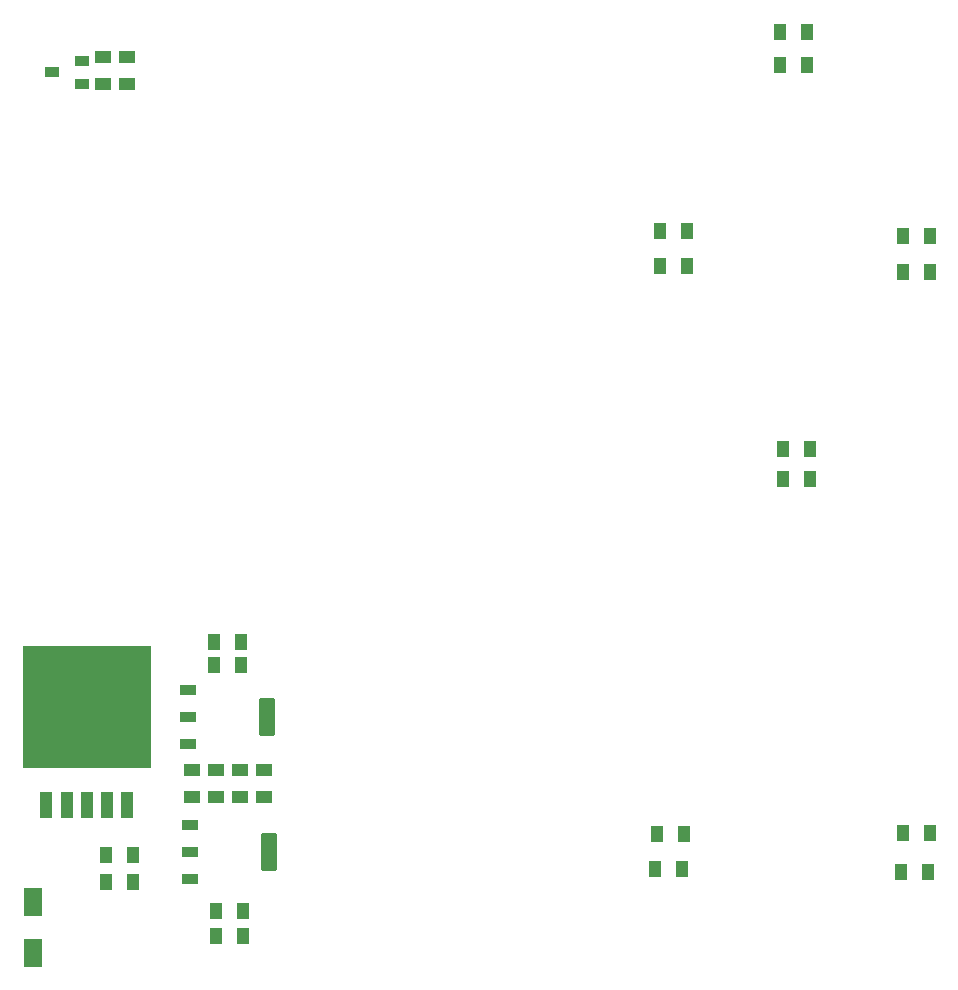
<source format=gtp>
G04*
G04 #@! TF.GenerationSoftware,Altium Limited,Altium Designer,21.3.2 (30)*
G04*
G04 Layer_Color=8421504*
%FSTAX24Y24*%
%MOIN*%
G70*
G04*
G04 #@! TF.SameCoordinates,110FFF50-2F86-4F7F-B504-3501B117D145*
G04*
G04*
G04 #@! TF.FilePolarity,Positive*
G04*
G01*
G75*
%ADD20R,0.0420X0.0850*%
%ADD21R,0.4252X0.4098*%
%ADD22R,0.0394X0.0550*%
%ADD23R,0.0550X0.0394*%
%ADD24R,0.0472X0.0335*%
G04:AMPARAMS|DCode=25|XSize=36.6mil|YSize=51.6mil|CornerRadius=2.7mil|HoleSize=0mil|Usage=FLASHONLY|Rotation=270.000|XOffset=0mil|YOffset=0mil|HoleType=Round|Shape=RoundedRectangle|*
%AMROUNDEDRECTD25*
21,1,0.0366,0.0461,0,0,270.0*
21,1,0.0311,0.0516,0,0,270.0*
1,1,0.0055,-0.0230,-0.0156*
1,1,0.0055,-0.0230,0.0156*
1,1,0.0055,0.0230,0.0156*
1,1,0.0055,0.0230,-0.0156*
%
%ADD25ROUNDEDRECTD25*%
G04:AMPARAMS|DCode=26|XSize=127.6mil|YSize=51.6mil|CornerRadius=3.9mil|HoleSize=0mil|Usage=FLASHONLY|Rotation=270.000|XOffset=0mil|YOffset=0mil|HoleType=Round|Shape=RoundedRectangle|*
%AMROUNDEDRECTD26*
21,1,0.1276,0.0438,0,0,270.0*
21,1,0.1198,0.0516,0,0,270.0*
1,1,0.0077,-0.0219,-0.0599*
1,1,0.0077,-0.0219,0.0599*
1,1,0.0077,0.0219,0.0599*
1,1,0.0077,0.0219,-0.0599*
%
%ADD26ROUNDEDRECTD26*%
%ADD27R,0.0610X0.0917*%
D20*
X01889Y02032D02*
D03*
X01822D02*
D03*
X01755D02*
D03*
X01688D02*
D03*
X01621D02*
D03*
D21*
X01755Y0236D02*
D03*
D22*
X0456Y0181D02*
D03*
X0447D02*
D03*
X04475Y0194D02*
D03*
X04565D02*
D03*
X0374Y0182D02*
D03*
X0365D02*
D03*
X03655Y01935D02*
D03*
X03745D02*
D03*
X04165Y0322D02*
D03*
X04075D02*
D03*
Y0312D02*
D03*
X04165D02*
D03*
X04565Y0381D02*
D03*
X04475D02*
D03*
Y0393D02*
D03*
X04565D02*
D03*
X03755Y03945D02*
D03*
X03665D02*
D03*
Y0383D02*
D03*
X03755D02*
D03*
X04155Y0461D02*
D03*
X04065D02*
D03*
Y045D02*
D03*
X04155D02*
D03*
X0218Y025D02*
D03*
X0227D02*
D03*
X0218Y02575D02*
D03*
X0227D02*
D03*
X0191Y01865D02*
D03*
X0182D02*
D03*
X0182Y01775D02*
D03*
X0191D02*
D03*
X02275Y01595D02*
D03*
X02185D02*
D03*
X02275Y0168D02*
D03*
X02185D02*
D03*
D23*
X02265Y0206D02*
D03*
Y0215D02*
D03*
X02345Y0206D02*
D03*
Y0215D02*
D03*
X0181Y04525D02*
D03*
Y04435D02*
D03*
X0189Y04435D02*
D03*
Y04525D02*
D03*
X02185Y0206D02*
D03*
Y0215D02*
D03*
X02105Y0206D02*
D03*
Y0215D02*
D03*
D24*
X017392Y045138D02*
D03*
X01739Y04438D02*
D03*
X016408Y044752D02*
D03*
D25*
X020983Y019652D02*
D03*
Y01875D02*
D03*
Y017848D02*
D03*
X020933Y024152D02*
D03*
Y02325D02*
D03*
Y022348D02*
D03*
D26*
X023617Y01875D02*
D03*
X023567Y02325D02*
D03*
D27*
X01575Y017091D02*
D03*
Y015409D02*
D03*
M02*

</source>
